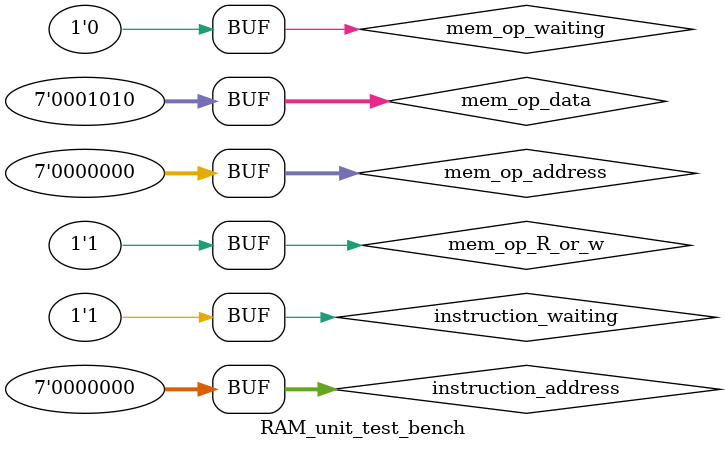
<source format=v>
`timescale 1ns / 1ps


module RAM_unit_test_bench();
    reg [6:0] instruction_address;
    reg instruction_waiting;
    
    reg [6:0] mem_op_address;
    reg mem_op_waiting;
    reg mem_op_R_or_w;
    reg [6:0] mem_op_data;
    
    RAM_unit dut(instruction_address, instruction_waiting, mem_op_address, mem_op_waiting, mem_op_R_or_w, mem_op_data);
    
    initial begin
//        mem_op_data = 0;
        instruction_address = 0;
        instruction_waiting = 0;
        mem_op_address = 0;
        mem_op_waiting = 0;
        mem_op_R_or_w = 1;
        mem_op_data = 0;
        #12
        mem_op_waiting = 1;
        #12
        mem_op_waiting = 0;
        mem_op_address = 1;
        #12
        mem_op_waiting = 1;
        #12
        mem_op_waiting = 0;
        mem_op_address = 2;
        #12
        mem_op_waiting = 1;
        #12
        mem_op_waiting = 0;
        #12
        mem_op_address = 0;
        mem_op_R_or_w = 1;
        mem_op_data = 10;
        #12
        mem_op_waiting = 1;
        #12
        mem_op_waiting = 0;
        #12
        instruction_waiting = 1;
        #12
        instruction_waiting = 0;
        mem_op_waiting = 0;
        #12
        instruction_waiting = 1;
    end
endmodule

</source>
